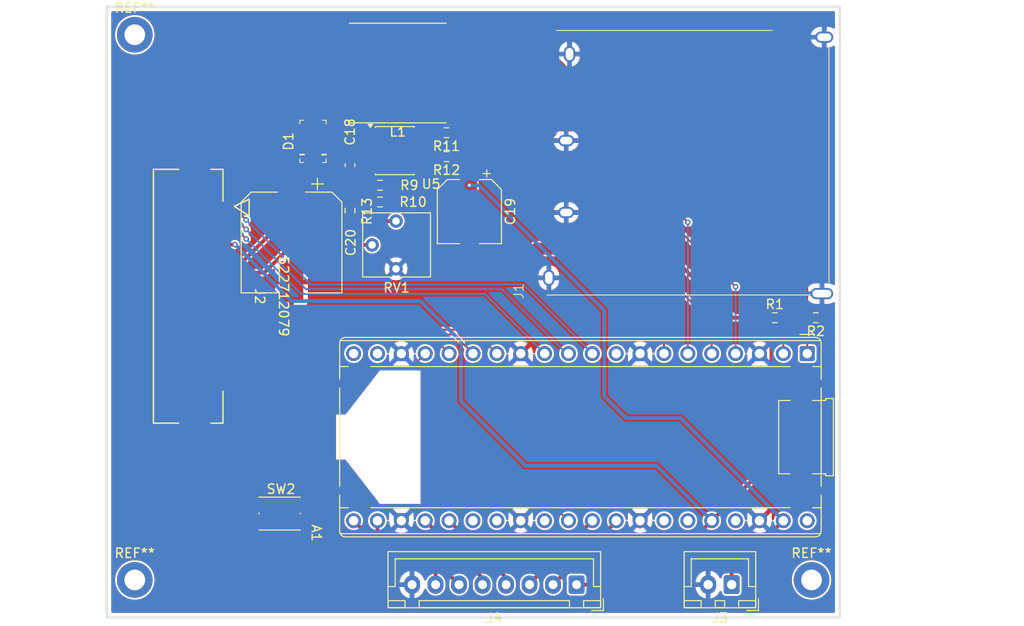
<source format=kicad_pcb>
(kicad_pcb (version 20241229) (generator "pcbnew") (generator_version "9.0")
  (layers (0 "F.Cu" signal) (2 "B.Cu" signal) (13 "F.Paste" user) (15 "B.Paste" user) (5 "F.SilkS" user "F.Silkscreen") (7 "B.SilkS" user "B.Silkscreen") (1 "F.Mask" user) (3 "B.Mask" user) (25 "Edge.Cuts" user))
  (net 0 "")
  (net 1 "/DAT0")
  (net 2 "GND")
  (net 3 "+3.3V")
  (net 4 "/GPIO19")
  (net 5 "/GPIO18")
  (net 6 "+5V")
  (net 7 "/RUN")
  (net 8 "Net-(U5-TC)")
  (net 9 "/CLK")
  (net 10 "Net-(U5-SwC)")
  (net 11 "/VDOH")
  (net 13 "/CD")
  (net 14 "/GPIO9")
  (net 15 "/CMD")
  (net 16 "/GPIO16")
  (net 17 "/GPIO17")
  (net 18 "/CD{slash}DAT3")
  (net 23 "/D2")
  (net 24 "/D6")
  (net 25 "/D0")
  (net 26 "/D1")
  (net 27 "/DIN")
  (net 28 "/GPIO15")
  (net 30 "/D4")
  (net 31 "/GPIO14")
  (net 33 "/D5")
  (net 34 "/VLCD")
  (net 35 "/D3")
  (net 36 "/D7")
  (net 41 "/GPIO6")
  (net 42 "/GPIO8")
  (net 43 "/GPIO22")
  (net 44 "/GPIO20")
  (net 45 "/GPIO28_ADC2")
  (net 46 "/GPIO21")
  (net 47 "/GPIO27_ADC1")
  (net 48 "/GPIO26_ADC0")
  (net 49 "Net-(U5-Ipk)")
  (net 50 "Net-(U5-Vfb)")
  (net 51 "Net-(U5-DC)")
  (net 52 "Net-(R13-Pad1)")
  (net 53 "/GPIO0")
  (footprint "Package_SO:SOIC-8_3.9x4.9mm_P1.27mm" (layer "F.Cu") (at 85.66 84.328)
    (property "Reference" "U5" (at 3.872 3.556 0) (layer "F.SilkS"))
    (property "Value" "MC34063AD")
    (pad "1" smd roundrect (at -2.475 -1.905) (size 1.95 0.6) (layers "F.Cu" "F.Mask" "F.Paste") (net 10 "Net-(U5-SwC)"))
    (pad "2" smd roundrect (at -2.475 -0.635) (size 1.95 0.6) (layers "F.Cu" "F.Mask" "F.Paste") (net 2 "GND"))
    (pad "3" smd roundrect (at -2.475 0.635) (size 1.95 0.6) (layers "F.Cu" "F.Mask" "F.Paste") (net 8 "Net-(U5-TC)"))
    (pad "4" smd roundrect (at -2.475 1.905) (size 1.95 0.6) (layers "F.Cu" "F.Mask" "F.Paste") (net 2 "GND"))
    (pad "5" smd roundrect (at 2.475 1.905) (size 1.95 0.6) (layers "F.Cu" "F.Mask" "F.Paste") (net 50 "Net-(U5-Vfb)"))
    (pad "6" smd roundrect (at 2.475 0.635) (size 1.95 0.6) (layers "F.Cu" "F.Mask" "F.Paste") (net 6 "+5V"))
    (pad "7" smd roundrect (at 2.475 -0.635) (size 1.95 0.6) (layers "F.Cu" "F.Mask" "F.Paste") (net 49 "Net-(U5-Ipk)"))
    (pad "8" smd roundrect (at 2.475 -1.905) (size 1.95 0.6) (layers "F.Cu" "F.Mask" "F.Paste") (net 51 "Net-(U5-DC)"))
  )
  (footprint "Connector_JST:JST_XH_B2B-XH-A_1x02_P2.50mm_Vertical" (layer "F.Cu") (at 121.5 130.5 180)
    (property "Reference" "J3" (at 1.25 -3.55 0) (layer "F.SilkS"))
    (property "Value" "Conn_01x02_Socket")
    (pad "1" thru_hole roundrect (at 0 0 180) (size 1.7 2) (drill 1) (layers "*.Cu" "*.Mask") (roundrect_rratio 0.147059) (net 6 "+5V"))
    (pad "2" thru_hole oval (at 2.5 0 180) (size 1.7 2) (drill 1) (layers "*.Cu" "*.Mask") (net 2 "GND"))
  )
  (footprint "MountingHole:MountingHole_2.2mm_M2_DIN965_Pad" (layer "F.Cu") (at 58 130)
    (property "Reference" "REF**" (at 0 -2.85 0) (layer "F.SilkS"))
    (property "Value" "MountingHole_2.2mm_M2_DIN965_Pad")
    (pad "1" thru_hole circle (at 0 0) (size 3.8 3.8) (drill 2.2) (layers "*.Cu" "*.Mask"))
  )
  (footprint "Connector_JST:JST_XH_B8B-XH-A_1x08_P2.50mm_Vertical" (layer "F.Cu") (at 105 130.5 180)
    (property "Reference" "J4" (at 8.75 -3.55 0) (layer "F.SilkS"))
    (property "Value" "Conn_01x08_Socket")
    (pad "1" thru_hole roundrect (at 0 0 180) (size 1.7 1.95) (drill 0.95) (layers "*.Cu" "*.Mask") (roundrect_rratio 0.147059) (net 3 "+3.3V"))
    (pad "2" thru_hole oval (at 2.5 0 180) (size 1.7 1.95) (drill 0.95) (layers "*.Cu" "*.Mask") (net 47 "/GPIO27_ADC1"))
    (pad "3" thru_hole oval (at 5 0 180) (size 1.7 1.95) (drill 0.95) (layers "*.Cu" "*.Mask") (net 48 "/GPIO26_ADC0"))
    (pad "4" thru_hole oval (at 7.5 0 180) (size 1.7 1.95) (drill 0.95) (layers "*.Cu" "*.Mask") (net 4 "/GPIO19"))
    (pad "5" thru_hole oval (at 10 0 180) (size 1.7 1.95) (drill 0.95) (layers "*.Cu" "*.Mask") (net 5 "/GPIO18"))
    (pad "6" thru_hole oval (at 12.5 0 180) (size 1.7 1.95) (drill 0.95) (layers "*.Cu" "*.Mask") (net 17 "/GPIO17"))
    (pad "7" thru_hole oval (at 15 0 180) (size 1.7 1.95) (drill 0.95) (layers "*.Cu" "*.Mask") (net 16 "/GPIO16"))
    (pad "8" thru_hole oval (at 17.5 0 180) (size 1.7 1.95) (drill 0.95) (layers "*.Cu" "*.Mask") (net 2 "GND"))
  )
  (footprint "Potentiometer_THT:Potentiometer_Vishay_T73YP_Vertical" (layer "F.Cu") (at 85.792 91.821 180)
    (property "Reference" "RV1" (at -0.06 -7.09 0) (layer "F.SilkS"))
    (property "Value" "5k")
    (pad "1" thru_hole circle (at 0 0 180) (size 1.44 1.44) (drill 0.8) (layers "*.Cu" "*.Mask") (net 52 "Net-(R13-Pad1)"))
    (pad "2" thru_hole circle (at 2.54 -2.54 180) (size 1.44 1.44) (drill 0.8) (layers "*.Cu" "*.Mask") (net 34 "/VLCD"))
    (pad "3" thru_hole circle (at 0 -5.08 180) (size 1.44 1.44) (drill 0.8) (layers "*.Cu" "*.Mask") (net 2 "GND"))
  )
  (footprint "MyLibrary:DM1B-DSF-PEJ" (layer "F.Cu") (at 102.85 85.287 90)
    (property "Reference" "J1" (at -14 -4 90) (layer "F.SilkS") (effects (font (thickness 0.1))))
    (property "Value" "DM1B-DSF-PEJ")
    (pad "1" smd roundrect (at -6.875 -1.25 90) (size 1.25 2.5) (layers "F.Cu" "F.Mask" "F.Paste") (roundrect_rratio 0.2) (net 18 "/CD{slash}DAT3"))
    (pad "2" smd roundrect (at -4.375 -1.25 90) (size 1.25 2.5) (layers "F.Cu" "F.Mask" "F.Paste") (roundrect_rratio 0.2) (net 15 "/CMD"))
    (pad "3" smd roundrect (at -1.875 -1.25 90) (size 1.25 2.5) (layers "F.Cu" "F.Mask" "F.Paste") (roundrect_rratio 0.2) (net 2 "GND"))
    (pad "4" smd roundrect (at 0.625 -1.25 90) (size 1.25 2.5) (layers "F.Cu" "F.Mask" "F.Paste") (roundrect_rratio 0.2) (net 3 "+3.3V"))
    (pad "5" smd roundrect (at 3.125 -1.25 90) (size 1.25 2.5) (layers "F.Cu" "F.Mask" "F.Paste") (roundrect_rratio 0.2) (net 9 "/CLK"))
    (pad "6" smd roundrect (at 5.625 -1.25 90) (size 1.25 2.5) (layers "F.Cu" "F.Mask" "F.Paste") (roundrect_rratio 0.2) (net 2 "GND"))
    (pad "7" smd roundrect (at 8.05 -1.25 90) (size 1.25 2.5) (layers "F.Cu" "F.Mask" "F.Paste") (roundrect_rratio 0.2) (net 1 "/DAT0"))
    (pad "8" smd roundrect (at 9.75 -1.25 90) (size 1.25 2.5) (layers "F.Cu" "F.Mask" "F.Paste") (roundrect_rratio 0.2))
    (pad "9" smd roundrect (at -9.47 -1.25 90) (size 1.25 2.5) (layers "F.Cu" "F.Mask" "F.Paste") (roundrect_rratio 0.2))
    (pad "10" smd roundrect (at 11.2 -1.25 90) (size 0.8 2.5) (layers "F.Cu" "F.Mask" "F.Paste") (roundrect_rratio 0.2) (net 13 "/CD"))
    (pad "11" smd roundrect (at 13.03 25.23 90) (size 2.2 3.5) (layers "F.Cu" "F.Mask" "F.Paste") (roundrect_rratio 0.2) (net 53 "/GPIO0"))
    (pad "12" smd roundrect (at 12.8 -1.25 90) (size 1.4 2.5) (layers "F.Cu" "F.Mask" "F.Paste") (roundrect_rratio 0.2) (net 2 "GND"))
    (pad "13" thru_hole oval (at -14.25 28.25 180) (size 2.4 1.2) (drill oval 2 0.8) (layers "*.Cu" "*.Mask") (net 2 "GND"))
    (pad "13" thru_hole oval (at -12.57 -0.8 90) (size 1.7 1.2) (drill oval 1.3 0.8) (layers "*.Cu" "*.Mask") (net 2 "GND"))
    (pad "13" thru_hole oval (at -5.62 1.05 180) (size 1.7 1.2) (drill oval 1.3 0.8) (layers "*.Cu" "*.Mask") (net 2 "GND"))
    (pad "13" thru_hole oval (at 2.03 1.05 180) (size 1.7 1.2) (drill oval 1.3 0.8) (layers "*.Cu" "*.Mask") (net 2 "GND"))
    (pad "13" thru_hole oval (at 11.23 1.4 90) (size 1.7 1.2) (drill oval 1.3 0.8) (layers "*.Cu" "*.Mask") (net 2 "GND"))
    (pad "13" thru_hole oval (at 13.03 28.5 180) (size 1.9 1.2) (drill oval 1.5 0.8) (layers "*.Cu" "*.Mask") (net 2 "GND"))
  )
  (footprint "Resistor_SMD:R_0603_1608Metric_Pad0.98x0.95mm_HandSolder" (layer "F.Cu") (at 84.0975 89.789 180)
    (property "Reference" "R10" (at -3.5125 0 0) (layer "F.SilkS"))
    (property "Value" "15k")
    (pad "1" smd roundrect (at -0.9125 0 180) (size 0.975 0.95) (layers "F.Cu" "F.Mask" "F.Paste") (net 50 "Net-(U5-Vfb)"))
    (pad "2" smd roundrect (at 0.9125 0 180) (size 0.975 0.95) (layers "F.Cu" "F.Mask" "F.Paste") (net 11 "/VDOH"))
  )
  (footprint "Button_Switch_SMD:SW_Push_1P1T_NO_Vertical_Wuerth_434133025816" (layer "F.Cu") (at 73.406 122.936)
    (property "Reference" "SW2" (at 0.15 -2.6 0) (layer "F.SilkS"))
    (property "Value" "SW_Push")
    (pad "1" smd rect (at -2.075 -1.075) (size 1.05 0.65) (layers "F.Cu" "F.Mask" "F.Paste") (net 2 "GND"))
    (pad "1" smd rect (at 2.075 -1.075) (size 1.05 0.65) (layers "F.Cu" "F.Mask" "F.Paste") (net 2 "GND"))
    (pad "2" smd rect (at -2.075 1.075) (size 1.05 0.65) (layers "F.Cu" "F.Mask" "F.Paste") (net 7 "/RUN"))
    (pad "2" smd rect (at 2.05 1.075) (size 1.05 0.65) (layers "F.Cu" "F.Mask" "F.Paste") (net 7 "/RUN"))
  )
  (footprint "MountingHole:MountingHole_2.2mm_M2_DIN965_Pad" (layer "F.Cu") (at 58 72)
    (property "Reference" "REF**" (at 0 -2.85 0) (layer "F.SilkS"))
    (property "Value" "MountingHole_2.2mm_M2_DIN965_Pad")
    (pad "1" thru_hole circle (at 0 0) (size 3.8 3.8) (drill 2.2) (layers "*.Cu" "*.Mask"))
  )
  (footprint "Capacitor_SMD:C_0603_1608Metric_Pad1.08x0.95mm_HandSolder" (layer "F.Cu") (at 80.899 85.8785 -90)
    (property "Reference" "C18" (at -3.5375 0 90) (layer "F.SilkS"))
    (property "Value" "1500p")
    (pad "1" smd roundrect (at -0.8625 0 270) (size 1.075 0.95) (layers "F.Cu" "F.Mask" "F.Paste") (net 8 "Net-(U5-TC)"))
    (pad "2" smd roundrect (at 0.8625 0 270) (size 1.075 0.95) (layers "F.Cu" "F.Mask" "F.Paste") (net 2 "GND"))
  )
  (footprint "digikey-footprints:DO-214AC" (layer "F.Cu") (at 76.962 83.344 90)
    (property "Reference" "D1" (at 0 -2.6 90) (layer "F.SilkS"))
    (property "Value" "SS14")
    (pad "A" smd rect (at 2 0 90) (size 2.5 1.7) (layers "F.Cu" "F.Mask" "F.Paste") (net 10 "Net-(U5-SwC)"))
    (pad "K" smd rect (at -2 0 90) (size 2.5 1.7) (layers "F.Cu" "F.Mask" "F.Paste") (net 11 "/VDOH"))
  )
  (footprint "Inductor_SMD:L_Taiyo-Yuden_NR-10050_9.8x10.0mm_HandSoldering" (layer "F.Cu") (at 85.979 76.073 180)
    (property "Reference" "L1" (at 0 -6.25 0) (layer "F.SilkS"))
    (property "Value" "100u")
    (pad "1" smd rect (at -4.7 0 180) (size 4 4.5) (layers "F.Cu" "F.Mask" "F.Paste") (net 49 "Net-(U5-Ipk)"))
    (pad "2" smd rect (at 4.7 0 180) (size 4 4.5) (layers "F.Cu" "F.Mask" "F.Paste") (net 10 "Net-(U5-SwC)"))
  )
  (footprint "Capacitor_SMD:CP_Elec_6.3x5.4" (layer "F.Cu") (at 93.599 90.811 -90)
    (property "Reference" "C19" (at 0 -4.35 90) (layer "F.SilkS"))
    (property "Value" "100u")
    (pad "1" smd roundrect (at -2.8 0 270) (size 3.5 1.6) (layers "F.Cu" "F.Mask" "F.Paste") (roundrect_rratio 0.15625) (net 6 "+5V"))
    (pad "2" smd roundrect (at 2.8 0 270) (size 3.5 1.6) (layers "F.Cu" "F.Mask" "F.Paste") (roundrect_rratio 0.15625) (net 2 "GND"))
  )
  (footprint "Resistor_SMD:R_0603_1608Metric_Pad0.98x0.95mm_HandSolder" (layer "F.Cu") (at 84.0975 88.011)
    (property "Reference" "R9" (at 3.1125 0 0) (layer "F.SilkS"))
    (property "Value" "1k")
    (pad "1" smd roundrect (at -0.9125 0) (size 0.975 0.95) (layers "F.Cu" "F.Mask" "F.Paste") (net 2 "GND"))
    (pad "2" smd roundrect (at 0.9125 0) (size 0.975 0.95) (layers "F.Cu" "F.Mask" "F.Paste") (net 50 "Net-(U5-Vfb)"))
  )
  (footprint "MyLibrary:CON_522712079_MOL" (layer "F.Cu") (at 63.682018 99.817982 -90)
    (property "Reference" "J2" (at 0 -7.62 270) (layer "F.SilkS"))
    (property "Value" "522712079")
    (fp_text user "522712079" (at 0 -10.16 270) (layer "F.SilkS"))
    (pad "1" smd rect (at -9.499981 -3.049999 270) (size 0.6 1.9) (layers "F.Cu" "F.Mask" "F.Paste") (net 27 "/DIN"))
    (pad "2" smd rect (at -8.49998 -3.049999 270) (size 0.6 1.9) (layers "F.Cu" "F.Mask" "F.Paste") (net 42 "/GPIO8"))
    (pad "3" smd rect (at -7.499982 -3.049999 270) (size 0.6 1.9) (layers "F.Cu" "F.Mask" "F.Paste") (net 14 "/GPIO9"))
    (pad "4" smd rect (at -6.499982 -3.049999 270) (size 0.6 1.9) (layers "F.Cu" "F.Mask" "F.Paste"))
    (pad "5" smd rect (at -5.499981 -3.049999 270) (size 0.6 1.9) (layers "F.Cu" "F.Mask" "F.Paste") (net 3 "+3.3V"))
    (pad "6" smd rect (at -4.499981 -3.049999 270) (size 0.6 1.9) (layers "F.Cu" "F.Mask" "F.Paste") (net 2 "GND"))
    (pad "7" smd rect (at -3.49998 -3.049999 270) (size 0.6 1.9) (layers "F.Cu" "F.Mask" "F.Paste") (net 11 "/VDOH"))
    (pad "8" smd rect (at -2.499982 -3.049999 270) (size 0.6 1.9) (layers "F.Cu" "F.Mask" "F.Paste") (net 34 "/VLCD"))
    (pad "9" smd rect (at -1.499982 -3.049999 270) (size 0.6 1.9) (layers "F.Cu" "F.Mask" "F.Paste") (net 2 "GND"))
    (pad "10" smd rect (at -0.499981 -3.049999 270) (size 0.6 1.9) (layers "F.Cu" "F.Mask" "F.Paste"))
    (pad "11" smd rect (at 0.500019 -3.049999 270) (size 0.6 1.9) (layers "F.Cu" "F.Mask" "F.Paste") (net 25 "/D0"))
    (pad "12" smd rect (at 1.50002 -3.049999 270) (size 0.6 1.9) (layers "F.Cu" "F.Mask" "F.Paste") (net 26 "/D1"))
    (pad "13" smd rect (at 2.500018 -3.049999 270) (size 0.6 1.9) (layers "F.Cu" "F.Mask" "F.Paste") (net 23 "/D2"))
    (pad "14" smd rect (at 3.500018 -3.049999 270) (size 0.6 1.9) (layers "F.Cu" "F.Mask" "F.Paste") (net 35 "/D3"))
    (pad "15" smd rect (at 4.500019 -3.049999 270) (size 0.6 1.9) (layers "F.Cu" "F.Mask" "F.Paste") (net 30 "/D4"))
    (pad "16" smd rect (at 5.500019 -3.049999 270) (size 0.6 1.9) (layers "F.Cu" "F.Mask" "F.Paste") (net 33 "/D5"))
    (pad "17" smd rect (at 6.500017 -3.049999 270) (size 0.6 1.9) (layers "F.Cu" "F.Mask" "F.Paste") (net 24 "/D6"))
    (pad "18" smd rect (at 7.500018 -3.049999 270) (size 0.6 1.9) (layers "F.Cu" "F.Mask" "F.Paste") (net 36 "/D7"))
    (pad "19" smd rect (at 8.500019 -3.049999 270) (size 0.6 1.9) (layers "F.Cu" "F.Mask" "F.Paste"))
    (pad "20" smd rect (at 9.500019 -3.049999 270) (size 0.6 1.9) (layers "F.Cu" "F.Mask" "F.Paste"))
    (pad "P1" smd rect (at -12.649981 -0.699999 270) (size 2.1 2.799999) (layers "F.Cu" "F.Mask" "F.Paste"))
    (pad "P2" smd rect (at 12.649981 -0.699999 270) (size 2.1 2.799999) (layers "F.Cu" "F.Mask" "F.Paste"))
  )
  (footprint "Resistor_SMD:R_0603_1608Metric_Pad0.98x0.95mm_HandSolder" (layer "F.Cu") (at 126.0875 102.108)
    (property "Reference" "R1" (at 0 -1.43 0) (layer "F.SilkS"))
    (property "Value" "10k")
    (pad "1" smd roundrect (at -0.9125 0) (size 0.975 0.95) (layers "F.Cu" "F.Mask" "F.Paste") (net 3 "+3.3V"))
    (pad "2" smd roundrect (at 0.9125 0) (size 0.975 0.95) (layers "F.Cu" "F.Mask" "F.Paste") (net 13 "/CD"))
  )
  (footprint "Resistor_SMD:R_0603_1608Metric_Pad0.98x0.95mm_HandSolder" (layer "F.Cu") (at 130.4525 102.108 180)
    (property "Reference" "R2" (at 0 -1.43 0) (layer "F.SilkS"))
    (property "Value" "10k")
    (pad "1" smd roundrect (at -0.9125 0 180) (size 0.975 0.95) (layers "F.Cu" "F.Mask" "F.Paste") (net 3 "+3.3V"))
    (pad "2" smd roundrect (at 0.9125 0 180) (size 0.975 0.95) (layers "F.Cu" "F.Mask" "F.Paste") (net 53 "/GPIO0"))
  )
  (footprint "MountingHole:MountingHole_2.2mm_M2_DIN965_Pad" (layer "F.Cu") (at 130 130)
    (property "Reference" "REF**" (at 0 -2.85 0) (layer "F.SilkS"))
    (property "Value" "MountingHole_2.2mm_M2_DIN965_Pad")
    (pad "1" thru_hole circle (at 0 0) (size 3.8 3.8) (drill 2.2) (layers "*.Cu" "*.Mask"))
  )
  (footprint "Capacitor_SMD:CP_Elec_10x10.5" (layer "F.Cu") (at 74.676 94.098 -90)
    (property "Reference" "C20" (at 0 -6.3 90) (layer "F.SilkS"))
    (property "Value" "330u")
    (pad "1" smd roundrect (at -4.2 0 270) (size 4.4 2.5) (layers "F.Cu" "F.Mask" "F.Paste") (roundrect_rratio 0.1) (net 11 "/VDOH"))
    (pad "2" smd roundrect (at 4.2 0 270) (size 4.4 2.5) (layers "F.Cu" "F.Mask" "F.Paste") (roundrect_rratio 0.1) (net 2 "GND"))
  )
  (footprint "Module:RaspberryPi_Pico_Common_THT" (layer "F.Cu") (at 129.54 105.918 -90)
    (property "Reference" "A1" (at 18.09 52.2175 270) (layer "F.SilkS") (effects (justify left)))
    (property "Value" "RaspberryPi_Pico")
    (pad "1" thru_hole roundrect (at 0 0 270) (size 1.6 1.6) (drill 1) (layers "*.Cu" "*.Mask") (roundrect_rratio 0.125) (net 53 "/GPIO0"))
    (pad "2" thru_hole circle (at 0 2.54 270) (size 1.6 1.6) (drill 1) (layers "*.Cu" "*.Mask") (net 13 "/CD"))
    (pad "3" thru_hole custom (at 0 5.08 270) (size 1.6 1.6) (drill 1) (layers "*.Cu" "*.Mask") (net 2 "GND") (options (clearance outline) (anchor circle)) (primitives (gr_poly (pts (xy 0.8 0.6) (xy 0.8 -0.6) (xy 0.6 -0.8) (xy 0 -0.8) (xy 0 0.8) (xy 0.6 0.8)) (width 0) (fill yes)) (gr_circle (center 0.6 0.6) (end 0.8 0.6) (width 0) (fill yes)) (gr_circle (center 0.6 -0.6) (end 0.8 -0.6) (width 0) (fill yes))))
    (pad "4" thru_hole circle (at 0 7.62 270) (size 1.6 1.6) (drill 1) (layers "*.Cu" "*.Mask") (net 9 "/CLK"))
    (pad "5" thru_hole circle (at 0 10.16 270) (size 1.6 1.6) (drill 1) (layers "*.Cu" "*.Mask") (net 15 "/CMD"))
    (pad "6" thru_hole circle (at 0 12.7 270) (size 1.6 1.6) (drill 1) (layers "*.Cu" "*.Mask") (net 1 "/DAT0"))
    (pad "7" thru_hole circle (at 0 15.24 270) (size 1.6 1.6) (drill 1) (layers "*.Cu" "*.Mask") (net 18 "/CD{slash}DAT3"))
    (pad "8" thru_hole custom (at 0 17.78 270) (size 1.6 1.6) (drill 1) (layers "*.Cu" "*.Mask") (net 2 "GND") (options (clearance outline) (anchor circle)) (primitives (gr_poly (pts (xy 0.8 0.6) (xy 0.8 -0.6) (xy 0.6 -0.8) (xy 0 -0.8) (xy 0 0.8) (xy 0.6 0.8)) (width 0) (fill yes)) (gr_circle (center 0.6 0.6) (end 0.8 0.6) (width 0) (fill yes)) (gr_circle (center 0.6 -0.6) (end 0.8 -0.6) (width 0) (fill yes))))
    (pad "9" thru_hole circle (at 0 20.32 270) (size 1.6 1.6) (drill 1) (layers "*.Cu" "*.Mask") (net 41 "/GPIO6"))
    (pad "10" thru_hole circle (at 0 22.86 270) (size 1.6 1.6) (drill 1) (layers "*.Cu" "*.Mask") (net 27 "/DIN"))
    (pad "11" thru_hole circle (at 0 25.4 270) (size 1.6 1.6) (drill 1) (layers "*.Cu" "*.Mask") (net 42 "/GPIO8"))
    (pad "12" thru_hole circle (at 0 27.94 270) (size 1.6 1.6) (drill 1) (layers "*.Cu" "*.Mask") (net 14 "/GPIO9"))
    (pad "13" thru_hole custom (at 0 30.48 270) (size 1.6 1.6) (drill 1) (layers "*.Cu" "*.Mask") (net 2 "GND") (options (clearance outline) (anchor circle)) (primitives (gr_poly (pts (xy 0.8 0.6) (xy 0.8 -0.6) (xy 0.6 -0.8) (xy 0 -0.8) (xy 0 0.8) (xy 0.6 0.8)) (width 0) (fill yes)) (gr_circle (center 0.6 0.6) (end 0.8 0.6) (width 0) (fill yes)) (gr_circle (center 0.6 -0.6) (end 0.8 -0.6) (width 0) (fill yes))))
    (pad "14" thru_hole circle (at 0 33.02 270) (size 1.6 1.6) (drill 1) (layers "*.Cu" "*.Mask") (net 30 "/D4"))
    (pad "15" thru_hole circle (at 0 35.56 270) (size 1.6 1.6) (drill 1) (layers "*.Cu" "*.Mask") (net 33 "/D5"))
    (pad "16" thru_hole circle (at 0 38.1 270) (size 1.6 1.6) (drill 1) (layers "*.Cu" "*.Mask") (net 24 "/D6"))
    (pad "17" thru_hole circle (at 0 40.64 270) (size 1.6 1.6) (drill 1) (layers "*.Cu" "*.Mask") (net 36 "/D7"))
    (pad "18" thru_hole custom (at 0 43.18 270) (size 1.6 1.6) (drill 1) (layers "*.Cu" "*.Mask") (net 2 "GND") (options (clearance outline) (anchor circle)) (primitives (gr_poly (pts (xy 0.8 0.6) (xy 0.8 -0.6) (xy 0.6 -0.8) (xy 0 -0.8) (xy 0 0.8) (xy 0.6 0.8)) (width 0) (fill yes)) (gr_circle (center 0.6 0.6) (end 0.8 0.6) (width 0) (fill yes)) (gr_circle (center 0.6 -0.6) (end 0.8 -0.6) (width 0) (fill yes))))
    (pad "19" thru_hole circle (at 0 45.72 270) (size 1.6 1.6) (drill 1) (layers "*.Cu" "*.Mask") (net 31 "/GPIO14"))
    (pad "20" thru_hole circle (at 0 48.26 270) (size 1.6 1.6) (drill 1) (layers "*.Cu" "*.Mask") (net 28 "/GPIO15"))
    (pad "21" thru_hole circle (at 17.78 48.26 270) (size 1.6 1.6) (drill 1) (layers "*.Cu" "*.Mask") (net 16 "/GPIO16"))
    (pad "22" thru_hole circle (at 17.78 45.72 270) (size 1.6 1.6) (drill 1) (layers "*.Cu" "*.Mask") (net 17 "/GPIO17"))
    (pad "23" thru_hole custom (at 17.78 43.18 270) (size 1.6 1.6) (drill 1) (layers "*.Cu" "*.Mask") (net 2 "GND") (options (clearance outline) (anchor circle)) (primitives (gr_poly (pts (xy -0.8 0.6) (xy -0.8 -0.6) (xy -0.6 -0.8) (xy 0 -0.8) (xy 0 0.8) (xy -0.6 0.8)) (width 0) (fill yes)) (gr_circle (center -0.6 0.6) (end -0.4 0.6) (width 0) (fill yes)) (gr_circle (center -0.6 -0.6) (end -0.4 -0.6) (width 0) (fill yes))))
    (pad "24" thru_hole circle (at 17.78 40.64 270) (size 1.6 1.6) (drill 1) (layers "*.Cu" "*.Mask") (net 5 "/GPIO18"))
    (pad "25" thru_hole circle (at 17.78 38.1 270) (size 1.6 1.6) (drill 1) (layers "*.Cu" "*.Mask") (net 4 "/GPIO19"))
    (pad "26" thru_hole circle (at 17.78 35.56 270) (size 1.6 1.6) (drill 1) (layers "*.Cu" "*.Mask") (net 44 "/GPIO20"))
    (pad "27" thru_hole circle (at 17.78 33.02 270) (size 1.6 1.6) (drill 1) (layers "*.Cu" "*.Mask") (net 46 "/GPIO21"))
    (pad "28" thru_hole custom (at 17.78 30.48 270) (size 1.6 1.6) (drill 1) (layers "*.Cu" "*.Mask") (net 2 "GND") (options (clearance outline) (anchor circle)) (primitives (gr_poly (pts (xy -0.8 0.6) (xy -0.8 -0.6) (xy -0.6 -0.8) (xy 0 -0.8) (xy 0 0.8) (xy -0.6 0.8)) (width 0) (fill yes)) (gr_circle (center -0.6 0.6) (end -0.4 0.6) (width 0) (fill yes)) (gr_circle (center -0.6 -0.6) (end -0.4 -0.6) (width 0) (fill yes))))
    (pad "29" thru_hole circle (at 17.78 27.94 270) (size 1.6 1.6) (drill 1) (layers "*.Cu" "*.Mask") (net 43 "/GPIO22"))
    (pad "30" thru_hole circle (at 17.78 25.4 270) (size 1.6 1.6) (drill 1) (layers "*.Cu" "*.Mask") (net 7 "/RUN"))
    (pad "31" thru_hole circle (at 17.78 22.86 270) (size 1.6 1.6) (drill 1) (layers "*.Cu" "*.Mask") (net 48 "/GPIO26_ADC0"))
    (pad "32" thru_hole circle (at 17.78 20.32 270) (size 1.6 1.6) (drill 1) (layers "*.Cu" "*.Mask") (net 47 "/GPIO27_ADC1"))
    (pad "33" thru_hole custom (at 17.78 17.78 270) (size 1.6 1.6) (drill 1) (layers "*.Cu" "*.Mask") (net 2 "GND") (options (clearance outline) (anchor circle)) (primitives (gr_poly (pts (xy -0.8 0.6) (xy -0.8 -0.6) (xy -0.6 -0.8) (xy 0 -0.8) (xy 0 0.8) (xy -0.6 0.8)) (width 0) (fill yes)) (gr_circle (center -0.6 0.6) (end -0.4 0.6) (width 0) (fill yes)) (gr_circle (center -0.6 -0.6) (end -0.4 -0.6) (width 0) (fill yes))))
    (pad "34" thru_hole circle (at 17.78 15.24 270) (size 1.6 1.6) (drill 1) (layers "*.Cu" "*.Mask") (net 45 "/GPIO28_ADC2"))
    (pad "35" thru_hole circle (at 17.78 12.7 270) (size 1.6 1.6) (drill 1) (layers "*.Cu" "*.Mask"))
    (pad "36" thru_hole circle (at 17.78 10.16 270) (size 1.6 1.6) (drill 1) (layers "*.Cu" "*.Mask") (net 3 "+3.3V"))
    (pad "37" thru_hole circle (at 17.78 7.62 270) (size 1.6 1.6) (drill 1) (layers "*.Cu" "*.Mask"))
    (pad "38" thru_hole custom (at 17.78 5.08 270) (size 1.6 1.6) (drill 1) (layers "*.Cu" "*.Mask") (net 2 "GND") (options (clearance outline) (anchor circle)) (primitives (gr_poly (pts (xy -0.8 0.6) (xy -0.8 -0.6) (xy -0.6 -0.8) (xy 0 -0.8) (xy 0 0.8) (xy -0.6 0.8)) (width 0) (fill yes)) (gr_circle (center -0.6 0.6) (end -0.4 0.6) (width 0) (fill yes)) (gr_circle (center -0.6 -0.6) (end -0.4 -0.6) (width 0) (fill yes))))
    (pad "39" thru_hole circle (at 17.78 2.54 270) (size 1.6 1.6) (drill 1) (layers "*.Cu" "*.Mask") (net 6 "+5V"))
    (pad "40" thru_hole circle (at 17.78 0 270) (size 1.6 1.6) (drill 1) (layers "*.Cu" "*.Mask"))
    (zone (net 0) (net_name "") (layers "F.Cu" "B.Cu" "F.Paste" "B.Paste") (name "Antenna Copper Keep Out") (connect_pads (clearance 0)) (min_thickness 0.254)
      (keepout (tracks not_allowed) (vias not_allowed) (pads not_allowed) (copperpour not_allowed) (footprints allowed))
      (fill (thermal_gap 0.508) (thermal_bridge_width 0.508))
      (polygon (pts (xy 80.420105 112.408) (xy 84.070105 107.708) (xy 88.41 107.708) (xy 88.41 121.908) (xy 84.070105 121.908) (xy 80.420105 117.208) (xy 79.41 117.208) (xy 79.41 112.408)))
    )
  )
  (footprint "Resistor_SMD:R_0603_1608Metric_Pad0.98x0.95mm_HandSolder" (layer "F.Cu") (at 91.1625 84.963 180)
    (property "Reference" "R12" (at 0 -1.43 0) (layer "F.SilkS"))
    (property "Value" "0.22")
    (pad "1" smd roundrect (at -0.9125 0 180) (size 0.975 0.95) (layers "F.Cu" "F.Mask" "F.Paste") (net 49 "Net-(U5-Ipk)"))
    (pad "2" smd roundrect (at 0.9125 0 180) (size 0.975 0.95) (layers "F.Cu" "F.Mask" "F.Paste") (net 6 "+5V"))
  )
  (footprint "Resistor_SMD:R_0603_1608Metric_Pad0.98x0.95mm_HandSolder" (layer "F.Cu") (at 91.1625 82.423 180)
    (property "Reference" "R11" (at 0 -1.43 0) (layer "F.SilkS"))
    (property "Value" "180")
    (pad "1" smd roundrect (at -0.9125 0 180) (size 0.975 0.95) (layers "F.Cu" "F.Mask" "F.Paste") (net 49 "Net-(U5-Ipk)"))
    (pad "2" smd roundrect (at 0.9125 0 180) (size 0.975 0.95) (layers "F.Cu" "F.Mask" "F.Paste") (net 51 "Net-(U5-DC)"))
  )
  (footprint "Resistor_SMD:R_0603_1608Metric_Pad0.98x0.95mm_HandSolder" (layer "F.Cu") (at 80.899 90.7015 90)
    (property "Reference" "R13" (at -0.0875 1.8 90) (layer "F.SilkS"))
    (property "Value" "3.3k")
    (pad "1" smd roundrect (at -0.9125 0 90) (size 0.975 0.95) (layers "F.Cu" "F.Mask" "F.Paste") (net 52 "Net-(R13-Pad1)"))
    (pad "2" smd roundrect (at 0.9125 0 90) (size 0.975 0.95) (layers "F.Cu" "F.Mask" "F.Paste") (net 11 "/VDOH"))
  )
  (gr_rect (start 55.007034 69) (end 132.992965 134) (stroke (width 0.2)) (fill no) (layer "Edge.Cuts"))
  (segment (start 102.129 77.237) (end 101.6 77.237) (width 0.2) (layer "F.Cu") (net 1))
  (segment (start 116.84 91.948) (end 102.129 77.237) (width 0.2) (layer "F.Cu") (net 1))
  (segment (start 102.3515 77.216) (end 101.621 77.216) (width 0.2) (layer "F.Cu") (net 1))
  (segment (start 101.621 77.216) (end 101.6 77.237) (width 0.2) (layer "F.Cu") (net 1))
  (via (at 116.84 91.948) (size 0.6) (drill 0.3) (layers "F.Cu" "B.Cu") (net 1))
  (segment (start 116.84 105.918) (end 116.84 91.948) (width 0.2) (layer "B.Cu") (net 1))
  (segment (start 131.365 102.108) (end 131.365 107.395) (width 0.4) (layer "F.Cu") (net 3))
  (segment (start 112.578 130.5) (end 119.38 123.698) (width 0.4) (layer "F.Cu") (net 3))
  (segment (start 125.175 102.108) (end 121.666 102.108) (width 0.4) (layer "F.Cu") (net 3))
  (segment (start 68.664001 94.318001) (end 66.732017 94.318001) (width 0.4) (layer "F.Cu") (net 3))
  (segment (start 105.5 130.5) (end 112.578 130.5) (width 0.4) (layer "F.Cu") (net 3))
  (segment (start 121.666 102.108) (end 104.22 84.662) (width 0.4) (layer "F.Cu") (net 3))
  (segment (start 125.73 105.156) (end 125.175 104.601) (width 0.4) (layer "F.Cu") (net 3))
  (segment (start 125.175 104.601) (end 125.175 102.108) (width 0.4) (layer "F.Cu") (net 3))
  (segment (start 104.22 84.662) (end 101.6 84.662) (width 0.4) (layer "F.Cu") (net 3))
  (segment (start 131.365 107.395) (end 125.73 113.03) (width 0.4) (layer "F.Cu") (net 3))
  (segment (start 125.73 117.348) (end 125.73 105.156) (width 0.4) (layer "F.Cu") (net 3))
  (segment (start 119.38 123.698) (end 125.73 117.348) (width 0.4) (layer "F.Cu") (net 3))
  (via (at 68.664001 94.318001) (size 0.6) (drill 0.3) (layers "F.Cu" "B.Cu") (net 3))
  (segment (start 92.71 104.648) (end 92.71 110.998) (width 0.4) (layer "B.Cu") (net 3))
  (segment (start 74.676 100.33) (end 88.392 100.33) (width 0.4) (layer "B.Cu") (net 3))
  (segment (start 113.538 117.856) (end 119.38 123.698) (width 0.4) (layer "B.Cu") (net 3))
  (segment (start 92.71 110.998) (end 99.568 117.856) (width 0.4) (layer "B.Cu") (net 3))
  (segment (start 88.392 100.33) (end 92.71 104.648) (width 0.4) (layer "B.Cu") (net 3))
  (segment (start 99.568 117.856) (end 113.538 117.856) (width 0.4) (layer "B.Cu") (net 3))
  (segment (start 68.664001 94.318001) (end 74.676 100.33) (width 0.4) (layer "B.Cu") (net 3))
  (segment (start 97.5 129.758) (end 97.5 130.5) (width 0.4) (layer "F.Cu") (net 4))
  (segment (start 91.44 123.698) (end 97.5 129.758) (width 0.4) (layer "F.Cu") (net 4))
  (segment (start 95 129.798) (end 88.9 123.698) (width 0.4) (layer "F.Cu") (net 5))
  (segment (start 95 130.5) (end 95 129.798) (width 0.4) (layer "F.Cu") (net 5))
  (segment (start 88.135 84.963) (end 90.25 84.963) (width 0.4) (layer "F.Cu") (net 6))
  (segment (start 121.5 130.5) (end 121.5 129.198) (width 0.4) (layer "F.Cu") (net 6))
  (segment (start 121.5 129.198) (end 127 123.698) (width 0.4) (layer "F.Cu") (net 6))
  (segment (start 90.551 84.963) (end 93.599 88.011) (width 0.4) (layer "F.Cu") (net 6))
  (segment (start 90.25 84.963) (end 90.551 84.963) (width 0.4) (layer "F.Cu") (net 6))
  (via (at 93.599 88.011) (size 0.6) (drill 0.3) (layers "F.Cu" "B.Cu") (net 6))
  (segment (start 107.95 110.45) (end 110.276 112.776) (width 0.4) (layer "B.Cu") (net 6))
  (segment (start 107.95 101.346) (end 107.95 110.45) (width 0.4) (layer "B.Cu") (net 6))
  (segment (start 93.599 88.011) (end 94.615 88.011) (width 0.4) (layer "B.Cu") (net 6))
  (segment (start 110.276 112.776) (end 116.078 112.776) (width 0.4) (layer "B.Cu") (net 6))
  (segment (start 116.078 112.776) (end 127 123.698) (width 0.4) (layer "B.Cu") (net 6))
  (segment (start 94.615 88.011) (end 107.95 101.346) (width 0.4) (layer "B.Cu") (net 6))
  (segment (start 102.616 122.174) (end 104.14 123.698) (width 0.2) (layer "F.Cu") (net 7))
  (segment (start 75.456 124.011) (end 77.293 122.174) (width 0.2) (layer "F.Cu") (net 7))
  (segment (start 75.456 124.011) (end 71.331 124.011) (width 0.2) (layer "F.Cu") (net 7))
  (segment (start 77.293 122.174) (end 102.616 122.174) (width 0.2) (layer "F.Cu") (net 7))
  (segment (start 83.185 84.963) (end 80.952 84.963) (width 0.4) (layer "F.Cu") (net 8))
  (segment (start 80.952 84.963) (end 80.899 85.016) (width 0.4) (layer "F.Cu") (net 8))
  (segment (start 103.004 82.162) (end 101.6 82.162) (width 0.2) (layer "F.Cu") (net 9))
  (segment (start 105.283 82.169) (end 103.011 82.169) (width 0.2) (layer "F.Cu") (net 9))
  (segment (start 121.92 98.806) (end 105.283 82.169) (width 0.2) (layer "F.Cu") (net 9))
  (segment (start 103.011 82.169) (end 103.004 82.162) (width 0.2) (layer "F.Cu") (net 9))
  (via (at 121.92 98.806) (size 0.6) (drill 0.3) (layers "F.Cu" "B.Cu") (net 9))
  (segment (start 121.92 98.806) (end 121.92 105.918) (width 0.2) (layer "B.Cu") (net 9))
  (segment (start 81.279 80.517) (end 83.185 82.423) (width 0.4) (layer "F.Cu") (net 10))
  (segment (start 81.279 76.645) (end 81.279 76.073) (width 0.4) (layer "F.Cu") (net 10))
  (segment (start 81.279 76.073) (end 81.279 80.517) (width 0.4) (layer "F.Cu") (net 10))
  (segment (start 76.962 81.344) (end 76.962 80.962) (width 0.4) (layer "F.Cu") (net 10))
  (segment (start 76.962 80.962) (end 81.279 76.645) (width 0.4) (layer "F.Cu") (net 10))
  (segment (start 76.962 85.344) (end 76.962 87.612) (width 0.4) (layer "F.Cu") (net 11))
  (segment (start 66.732017 96.318002) (end 69.289998 96.318002) (width 0.4) (layer "F.Cu") (net 11))
  (segment (start 76.962 87.612) (end 74.676 89.898) (width 0.4) (layer "F.Cu") (net 11))
  (segment (start 69.289998 96.318002) (end 74.676 90.932) (width 0.4) (layer "F.Cu") (net 11))
  (segment (start 74.676 90.932) (end 74.676 89.898) (width 0.4) (layer "F.Cu") (net 11))
  (segment (start 83.185 89.789) (end 80.899 89.789) (width 0.4) (layer "F.Cu") (net 11))
  (segment (start 80.899 89.789) (end 80.79 89.898) (width 0.4) (layer "F.Cu") (net 11))
  (segment (start 80.79 89.898) (end 74.676 89.898) (width 0.4) (layer "F.Cu") (net 11))
  (segment (start 127 105.918) (end 127 99.822) (width 0.2) (layer "F.Cu") (net 13))
  (segment (start 127 98.552) (end 102.535 74.087) (width 0.2) (layer "F.Cu") (net 13))
  (segment (start 102.535 74.087) (end 101.6 74.087) (width 0.2) (layer "F.Cu") (net 13))
  (segment (start 127 99.822) (end 127 98.552) (width 0.2) (layer "F.Cu") (net 13))
  (segment (start 68.442 92.318) (end 66.732017 92.318) (width 0.2) (layer "F.Cu") (net 14))
  (segment (start 69.85 93.726) (end 68.442 92.318) (width 0.2) (layer "F.Cu") (net 14))
  (via (at 69.85 93.726) (size 0.6) (drill 0.3) (layers "F.Cu" "B.Cu") (net 14))
  (segment (start 69.85 93.726) (end 75.692 99.568) (width 0.2) (layer "B.Cu") (net 14))
  (segment (start 95.25 99.568) (end 101.6 105.918) (width 0.2) (layer "B.Cu") (net 14))
  (segment (start 75.692 99.568) (end 95.25 99.568) (width 0.2) (layer "B.Cu") (net 14))
  (segment (start 101.6 89.662) (end 106.426 89.662) (width 0.2) (layer "F.Cu") (net 15))
  (segment (start 119.38 102.616) (end 119.38 105.918) (width 0.2) (layer "F.Cu") (net 15))
  (segment (start 106.426 89.662) (end 119.38 102.616) (width 0.2) (layer "F.Cu") (net 15))
  (segment (start 81.28 123.698) (end 84.582 127) (width 0.4) (layer "F.Cu") (net 16))
  (segment (start 84.582 127) (end 87.884 127) (width 0.4) (layer "F.Cu") (net 16))
  (segment (start 87.884 127) (end 90 129.116) (width 0.4) (layer "F.Cu") (net 16))
  (segment (start 90 129.116) (end 90 130.5) (width 0.4) (layer "F.Cu") (net 16))
  (segment (start 85.09 126.238) (end 83.82 124.968) (width 0.4) (layer "F.Cu") (net 17))
  (segment (start 92.5 130.5) (end 88.238 126.238) (width 0.4) (layer "F.Cu") (net 17))
  (segment (start 88.238 126.238) (end 85.09 126.238) (width 0.4) (layer "F.Cu") (net 17))
  (segment (start 83.82 124.968) (end 83.82 123.698) (width 0.4) (layer "F.Cu") (net 17))
  (segment (start 114.3 105.918) (end 114.3 101.346) (width 0.2) (layer "F.Cu") (net 18))
  (segment (start 114.3 100.076) (end 106.386 92.162) (width 0.2) (layer "F.Cu") (net 18))
  (segment (start 114.3 101.6) (end 114.3 100.076) (width 0.2) (layer "F.Cu") (net 18))
  (segment (start 101.677 92.162) (end 101.55 92.035) (width 0.2) (layer "F.Cu") (net 18))
  (segment (start 106.386 92.162) (end 101.677 92.162) (width 0.2) (layer "F.Cu") (net 18))
  (segment (start 80.518 104.394) (end 89.916 104.394) (width 0.2) (layer "F.Cu") (net 24))
  (segment (start 66.732017 106.317999) (end 78.594001 106.317999) (width 0.2) (layer "F.Cu") (net 24))
  (segment (start 78.594001 106.317999) (end 80.518 104.394) (width 0.2) (layer "F.Cu") (net 24))
  (segment (start 89.916 104.394) (end 91.44 105.918) (width 0.2) (layer "F.Cu") (net 24))
  (segment (start 66.838016 90.424) (end 66.732017 90.318001) (width 0.2) (layer "F.Cu") (net 27))
  (segment (start 68.58 90.424) (end 66.838016 90.424) (width 0.2) (layer "F.Cu") (net 27))
  (segment (start 69.85 91.694) (end 68.58 90.424) (width 0.2) (layer "F.Cu") (net 27))
  (via (at 69.85 91.694) (size 0.6) (drill 0.3) (layers "F.Cu" "B.Cu") (net 27))
  (segment (start 69.85 91.694) (end 76.708 98.552) (width 0.2) (layer "B.Cu") (net 27))
  (segment (start 99.314 98.552) (end 106.68 105.918) (width 0.2) (layer "B.Cu") (net 27))
  (segment (start 76.708 98.552) (end 99.314 98.552) (width 0.2) (layer "B.Cu") (net 27))
  (segment (start 79.069999 104.318001) (end 80.01 103.378) (width 0.2) (layer "F.Cu") (net 30))
  (segment (start 93.98 103.378) (end 96.52 105.918) (width 0.2) (layer "F.Cu") (net 30))
  (segment (start 66.732017 104.318001) (end 79.069999 104.318001) (width 0.2) (layer "F.Cu") (net 30))
  (segment (start 80.01 103.378) (end 93.98 103.378) (width 0.2) (layer "F.Cu") (net 30))
  (segment (start 78.802449 105.318001) (end 80.23445 103.886) (width 0.2) (layer "F.Cu") (net 33))
  (segment (start 91.948 103.886) (end 93.98 105.918) (width 0.2) (layer "F.Cu") (net 33))
  (segment (start 80.23445 103.886) (end 91.948 103.886) (width 0.2) (layer "F.Cu") (net 33))
  (segment (start 66.732017 105.318001) (end 78.802449 105.318001) (width 0.2) (layer "F.Cu") (net 33))
  (segment (start 66.732017 97.318) (end 71.77842 97.318) (width 0.4) (layer "F.Cu") (net 34))
  (segment (start 74.73542 94.361) (end 83.252 94.361) (width 0.4) (layer "F.Cu") (net 34))
  (segment (start 71.77842 97.318) (end 74.73542 94.361) (width 0.4) (layer "F.Cu") (net 34))
  (segment (start 66.732017 107.318) (end 87.5 107.318) (width 0.2) (layer "F.Cu") (net 36))
  (segment (start 66.549999 107.500018) (end 66.732017 107.318) (width 0.2) (layer "F.Cu") (net 36))
  (segment (start 87.5 107.318) (end 88.9 105.918) (width 0.2) (layer "F.Cu") (net 36))
  (segment (start 69.85 92.71) (end 68.458002 91.318002) (width 0.2) (layer "F.Cu") (net 42))
  (segment (start 68.458002 91.318002) (end 66.732017 91.318002) (width 0.2) (layer "F.Cu") (net 42))
  (via (at 69.85 92.71) (size 0.6) (drill 0.3) (layers "F.Cu" "B.Cu") (net 42))
  (segment (start 103.918 105.918) (end 104.14 105.918) (width 0.2) (layer "B.Cu") (net 42))
  (segment (start 97.06 99.06) (end 103.918 105.918) (width 0.2) (layer "B.Cu") (net 42))
  (segment (start 69.85 92.71) (end 76.2 99.06) (width 0.2) (layer "B.Cu") (net 42))
  (segment (start 76.2 99.06) (end 97.06 99.06) (width 0.2) (layer "B.Cu") (net 42))
  (segment (start 102.5 130.5) (end 109.22 123.78) (width 0.4) (layer "F.Cu") (net 47))
  (segment (start 109.22 123.78) (end 109.22 123.698) (width 0.4) (layer "F.Cu") (net 47))
  (segment (start 106.68 123.698) (end 100 130.378) (width 0.4) (layer "F.Cu") (net 48))
  (segment (start 100 130.378) (end 100 130.5) (width 0.4) (layer "F.Cu") (net 48))
  (segment (start 92.075 82.423) (end 92.075 77.469) (width 0.4) (layer "F.Cu") (net 49))
  (segment (start 88.135 83.693) (end 90.805 83.693) (width 0.4) (layer "F.Cu") (net 49))
  (segment (start 92.075 77.469) (end 90.679 76.073) (width 0.4) (layer "F.Cu") (net 49))
  (segment (start 92.075 82.423) (end 92.075 84.963) (width 0.4) (layer "F.Cu") (net 49))
  (segment (start 90.805 83.693) (end 92.075 82.423) (width 0.4) (layer "F.Cu") (net 49))
  (segment (start 88.135 86.233) (end 86.788 86.233) (width 0.4) (layer "F.Cu") (net 50))
  (segment (start 85.01 88.011) (end 85.01 89.789) (width 0.4) (layer "F.Cu") (net 50))
  (segment (start 86.788 86.233) (end 85.01 88.011) (width 0.4) (layer "F.Cu") (net 50))
  (segment (start 90.25 82.423) (end 88.135 82.423) (width 0.4) (layer "F.Cu") (net 51))
  (segment (start 85.792 91.821) (end 81.106 91.821) (width 0.4) (layer "F.Cu") (net 52))
  (segment (start 81.106 91.821) (end 80.899 91.614) (width 0.4) (layer "F.Cu") (net 52))
  (segment (start 129.54 105.918) (end 129.54 73.717) (width 0.2) (layer "F.Cu") (net 53))
  (segment (start 129.54 73.717) (end 128.08 72.257) (width 0.2) (layer "F.Cu") (net 53))
  (zone (net 2) (net_name "GND") (layers "F.Cu" "B.Cu") (connect_pads (clearance 0.15)) (min_thickness 0.25) (fill yes (thermal_gap 0.5) (thermal_bridge_width 0.5))
    (polygon (pts (xy 55 69) (xy 133 69) (xy 133 134) (xy 55 134)))
  )
)
</source>
